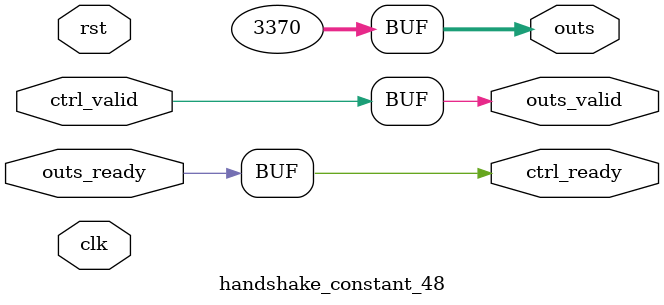
<source format=v>
`timescale 1ns / 1ps
module handshake_constant_48 #(
  parameter DATA_WIDTH = 32  // Default set to 32 bits
) (
  input                       clk,
  input                       rst,
  // Input Channel
  input                       ctrl_valid,
  output                      ctrl_ready,
  // Output Channel
  output [DATA_WIDTH - 1 : 0] outs,
  output                      outs_valid,
  input                       outs_ready
);
  assign outs       = 12'b110100101010;
  assign outs_valid = ctrl_valid;
  assign ctrl_ready = outs_ready;

endmodule

</source>
